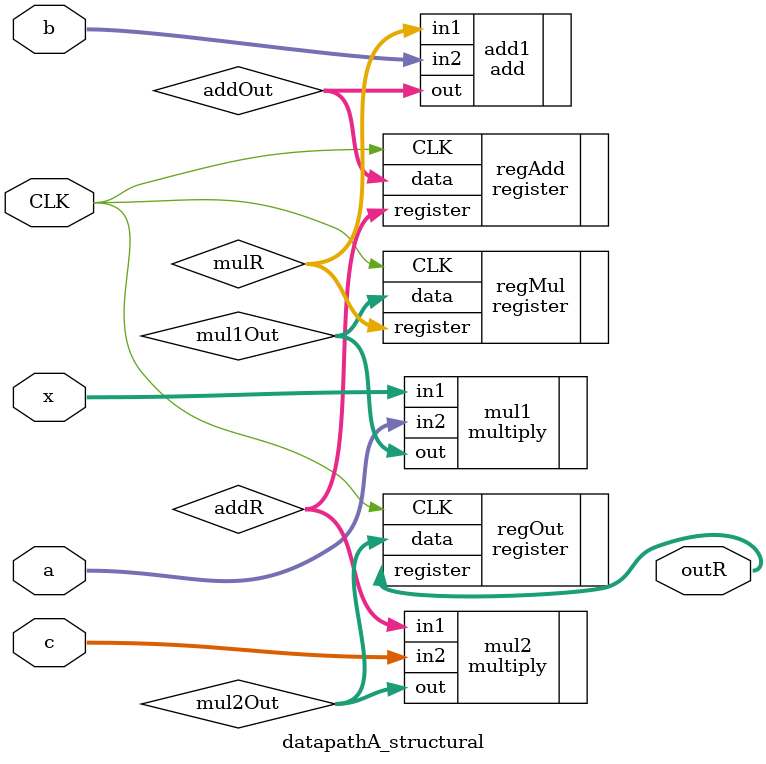
<source format=v>
module datapathA_structural #(parameter WLx = 8, parameter WLc = 8)
			( input signed [WLx-1:0] x,
			  input signed [WLc-1:0] a, b, c,
			  input CLK,
			  output signed [((WLx+WLc)+(WLc)):0] outR
			);
			
			wire signed [(WLx+WLc-1):0] mul1Out;
			wire signed [(WLx+WLc-1):0] mulR;
			multiply #(.L1(WLx), .L2(WLc)) mul1(.in1(x), .in2(a), .out(mul1Out));
			register #(.WL(WLx+WLc)) regMul(.data(mul1Out), .CLK(CLK), .register(mulR));
			
			wire signed [(WLx+WLc):0] addOut;
			wire signed [(WLx+WLc):0] addR;
			add #(.L1(WLx+WLc), .L2(WLc)) add1(.in1(mulR), .in2(b), .out(addOut));
			register #(.WL(WLx+WLc+1)) regAdd(.data(addOut), .CLK(CLK), .register(addR));
			
			wire signed [((WLx+WLc)+(WLc)):0] mul2Out;
			multiply #(.L1(WLx+WLc+1), .L2(WLc)) mul2(.in1(addR), .in2(c), .out(mul2Out));
			register #(.WL(WLx+WLc+WLc+1)) regOut(.data(mul2Out), .CLK(CLK), .register(outR));
			
endmodule

</source>
